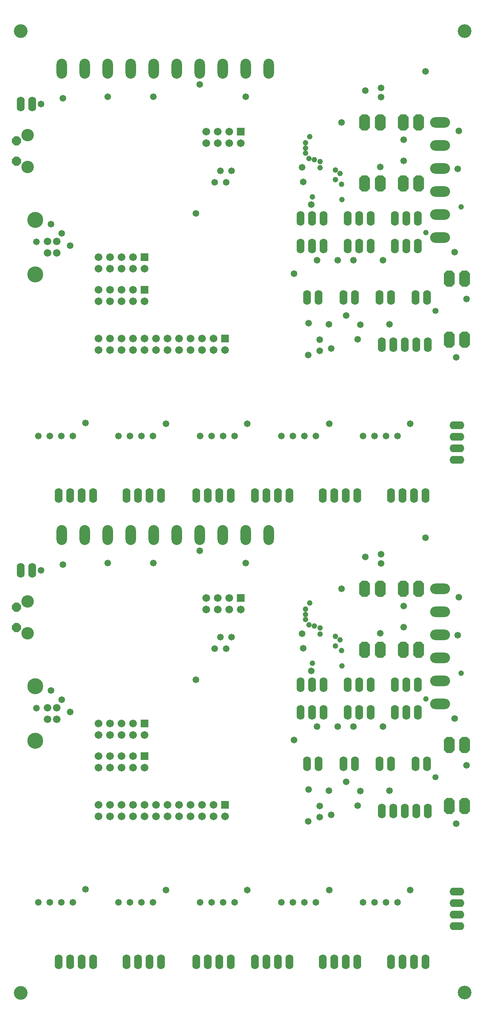
<source format=gbs>
G04 Layer_Color=16711935*
%FSLAX24Y24*%
%MOIN*%
G70*
G01*
G75*
%ADD92C,0.0580*%
G04:AMPARAMS|DCode=197|XSize=118.7mil|YSize=118.7mil|CornerRadius=59.4mil|HoleSize=0mil|Usage=FLASHONLY|Rotation=90.000|XOffset=0mil|YOffset=0mil|HoleType=Round|Shape=RoundedRectangle|*
%AMROUNDEDRECTD197*
21,1,0.1187,0.0000,0,0,90.0*
21,1,0.0000,0.1187,0,0,90.0*
1,1,0.1187,0.0000,0.0000*
1,1,0.1187,0.0000,0.0000*
1,1,0.1187,0.0000,0.0000*
1,1,0.1187,0.0000,0.0000*
%
%ADD197ROUNDEDRECTD197*%
%ADD249R,0.0671X0.0671*%
%ADD250C,0.0671*%
%ADD251O,0.1280X0.0680*%
%ADD252P,0.0844X8X292.5*%
%ADD253C,0.1080*%
%ADD254O,0.0680X0.1280*%
%ADD255C,0.0660*%
%ADD256C,0.1385*%
G04:AMPARAMS|DCode=257|XSize=141mil|YSize=91mil|CornerRadius=0mil|HoleSize=0mil|Usage=FLASHONLY|Rotation=270.000|XOffset=0mil|YOffset=0mil|HoleType=Round|Shape=Octagon|*
%AMOCTAGOND257*
4,1,8,-0.0228,-0.0705,0.0228,-0.0705,0.0455,-0.0478,0.0455,0.0478,0.0228,0.0705,-0.0228,0.0705,-0.0455,0.0478,-0.0455,-0.0478,-0.0228,-0.0705,0.0*
%
%ADD257OCTAGOND257*%

%ADD258O,0.0905X0.1730*%
%ADD259O,0.1730X0.0905*%
%ADD260C,0.0530*%
%ADD261C,0.0480*%
D92*
X41801Y32381D02*
D03*
X33771Y39171D02*
D03*
X42571Y21061D02*
D03*
X5179Y26035D02*
D03*
X8102Y25701D02*
D03*
X19371Y39711D02*
D03*
X41665Y15996D02*
D03*
X41531Y25131D02*
D03*
X31701Y36411D02*
D03*
X5551Y38011D02*
D03*
X28260Y32512D02*
D03*
X39011Y40841D02*
D03*
X28811Y16216D02*
D03*
X33112Y17571D02*
D03*
X23501Y10231D02*
D03*
X30611Y18871D02*
D03*
X28831Y18951D02*
D03*
X29811Y17531D02*
D03*
X30811Y16751D02*
D03*
X32111Y19621D02*
D03*
X29561Y24441D02*
D03*
X32731D02*
D03*
X29071Y29281D02*
D03*
X27581Y23261D02*
D03*
X31361Y24441D02*
D03*
X35301D02*
D03*
X7461Y38511D02*
D03*
X11361Y38621D02*
D03*
X15331D02*
D03*
X23351D02*
D03*
X9431Y10291D02*
D03*
X16421Y10241D02*
D03*
X30631D02*
D03*
X37681D02*
D03*
X33321Y18831D02*
D03*
X35851Y18861D02*
D03*
X41891Y35671D02*
D03*
X20396Y9181D02*
D03*
X19396D02*
D03*
X22396D02*
D03*
X21396D02*
D03*
X5337D02*
D03*
X12305D02*
D03*
X26482D02*
D03*
X33571D02*
D03*
X6337D02*
D03*
X13305D02*
D03*
X27482D02*
D03*
X34571D02*
D03*
X8337D02*
D03*
X15305D02*
D03*
X29482D02*
D03*
X36571D02*
D03*
X7337D02*
D03*
X14305D02*
D03*
X28482D02*
D03*
X35571D02*
D03*
X28351Y31237D02*
D03*
X6421Y27551D02*
D03*
X7381Y26761D02*
D03*
X19021Y28491D02*
D03*
X22141Y32191D02*
D03*
X21651Y31191D02*
D03*
X21151Y32191D02*
D03*
X20651Y31191D02*
D03*
X29811Y16561D02*
D03*
X37101Y33051D02*
D03*
X35081Y32521D02*
D03*
X37101Y34901D02*
D03*
X41801Y72881D02*
D03*
X33771Y79671D02*
D03*
X42571Y61561D02*
D03*
X5179Y66535D02*
D03*
X8102Y66201D02*
D03*
X19371Y80211D02*
D03*
X41665Y56496D02*
D03*
X41531Y65631D02*
D03*
X31701Y76911D02*
D03*
X5551Y78511D02*
D03*
X28260Y73012D02*
D03*
X39011Y81341D02*
D03*
X28811Y56716D02*
D03*
X33112Y58071D02*
D03*
X23501Y50731D02*
D03*
X30611Y59371D02*
D03*
X28831Y59451D02*
D03*
X29811Y58031D02*
D03*
X30811Y57251D02*
D03*
X32111Y60121D02*
D03*
X29561Y64941D02*
D03*
X32731D02*
D03*
X29071Y69781D02*
D03*
X27581Y63761D02*
D03*
X31361Y64941D02*
D03*
X35301D02*
D03*
X7461Y79011D02*
D03*
X11361Y79121D02*
D03*
X15331D02*
D03*
X23351D02*
D03*
X9431Y50791D02*
D03*
X16421Y50741D02*
D03*
X30631D02*
D03*
X37681D02*
D03*
X33321Y59331D02*
D03*
X35851Y59361D02*
D03*
X41891Y76171D02*
D03*
X20396Y49681D02*
D03*
X19396D02*
D03*
X22396D02*
D03*
X21396D02*
D03*
X5337D02*
D03*
X12305D02*
D03*
X26482D02*
D03*
X33571D02*
D03*
X6337D02*
D03*
X13305D02*
D03*
X27482D02*
D03*
X34571D02*
D03*
X8337D02*
D03*
X15305D02*
D03*
X29482D02*
D03*
X36571D02*
D03*
X7337D02*
D03*
X14305D02*
D03*
X28482D02*
D03*
X35571D02*
D03*
X28351Y71737D02*
D03*
X6421Y68051D02*
D03*
X7381Y67261D02*
D03*
X19021Y68991D02*
D03*
X22141Y72691D02*
D03*
X21651Y71691D02*
D03*
X21151Y72691D02*
D03*
X20651Y71691D02*
D03*
X29811Y57061D02*
D03*
X37101Y73551D02*
D03*
X35081Y73021D02*
D03*
X37101Y75401D02*
D03*
X35120Y38614D02*
D03*
X35140Y39411D02*
D03*
X35120Y79114D02*
D03*
X35140Y79911D02*
D03*
D197*
X3811Y1311D02*
D03*
X42400Y1341D02*
D03*
Y84819D02*
D03*
X3811D02*
D03*
D249*
X14571Y24711D02*
D03*
Y21861D02*
D03*
X21571Y17621D02*
D03*
X22941Y35591D02*
D03*
X14571Y65211D02*
D03*
Y62361D02*
D03*
X21571Y58121D02*
D03*
X22941Y76091D02*
D03*
D250*
X14571Y23711D02*
D03*
X13571Y24711D02*
D03*
Y23711D02*
D03*
X12571Y24711D02*
D03*
Y23711D02*
D03*
X11571Y24711D02*
D03*
Y23711D02*
D03*
X10571Y24711D02*
D03*
Y23711D02*
D03*
X14571Y20861D02*
D03*
X13571Y21861D02*
D03*
Y20861D02*
D03*
X12571Y21861D02*
D03*
Y20861D02*
D03*
X11571Y21861D02*
D03*
Y20861D02*
D03*
X10571Y21861D02*
D03*
Y20861D02*
D03*
Y16621D02*
D03*
Y17621D02*
D03*
X11571Y16621D02*
D03*
Y17621D02*
D03*
X12571Y16621D02*
D03*
Y17621D02*
D03*
X13571Y16621D02*
D03*
Y17621D02*
D03*
X14571Y16621D02*
D03*
Y17621D02*
D03*
X15571Y16621D02*
D03*
Y17621D02*
D03*
X16571Y16621D02*
D03*
Y17621D02*
D03*
X17571Y16621D02*
D03*
Y17621D02*
D03*
X18571Y16621D02*
D03*
Y17621D02*
D03*
X19571Y16621D02*
D03*
Y17621D02*
D03*
X20571Y16621D02*
D03*
Y17621D02*
D03*
X21571Y16621D02*
D03*
X22941Y34591D02*
D03*
X21941Y35591D02*
D03*
Y34591D02*
D03*
X20941Y35591D02*
D03*
Y34591D02*
D03*
X19941Y35591D02*
D03*
Y34591D02*
D03*
X14571Y64211D02*
D03*
X13571Y65211D02*
D03*
Y64211D02*
D03*
X12571Y65211D02*
D03*
Y64211D02*
D03*
X11571Y65211D02*
D03*
Y64211D02*
D03*
X10571Y65211D02*
D03*
Y64211D02*
D03*
X14571Y61361D02*
D03*
X13571Y62361D02*
D03*
Y61361D02*
D03*
X12571Y62361D02*
D03*
Y61361D02*
D03*
X11571Y62361D02*
D03*
Y61361D02*
D03*
X10571Y62361D02*
D03*
Y61361D02*
D03*
Y57121D02*
D03*
Y58121D02*
D03*
X11571Y57121D02*
D03*
Y58121D02*
D03*
X12571Y57121D02*
D03*
Y58121D02*
D03*
X13571Y57121D02*
D03*
Y58121D02*
D03*
X14571Y57121D02*
D03*
Y58121D02*
D03*
X15571Y57121D02*
D03*
Y58121D02*
D03*
X16571Y57121D02*
D03*
Y58121D02*
D03*
X17571Y57121D02*
D03*
Y58121D02*
D03*
X18571Y57121D02*
D03*
Y58121D02*
D03*
X19571Y57121D02*
D03*
Y58121D02*
D03*
X20571Y57121D02*
D03*
Y58121D02*
D03*
X21571Y57121D02*
D03*
X22941Y75091D02*
D03*
X21941Y76091D02*
D03*
Y75091D02*
D03*
X20941Y76091D02*
D03*
Y75091D02*
D03*
X19941Y76091D02*
D03*
Y75091D02*
D03*
D251*
X41741Y7111D02*
D03*
Y8111D02*
D03*
Y9111D02*
D03*
Y10111D02*
D03*
Y47611D02*
D03*
Y48611D02*
D03*
Y49611D02*
D03*
Y50611D02*
D03*
D252*
X3421Y34801D02*
D03*
Y33021D02*
D03*
Y75301D02*
D03*
Y73521D02*
D03*
D253*
X4401Y35291D02*
D03*
Y32531D02*
D03*
Y75791D02*
D03*
Y73031D02*
D03*
D254*
X36011Y4011D02*
D03*
X37011D02*
D03*
X38011D02*
D03*
X39011D02*
D03*
X30061D02*
D03*
X31061D02*
D03*
X32061D02*
D03*
X33061D02*
D03*
X13011D02*
D03*
X14011D02*
D03*
X15011D02*
D03*
X16011D02*
D03*
X7111D02*
D03*
X8111D02*
D03*
X9111D02*
D03*
X10111D02*
D03*
X39141Y21191D02*
D03*
X38141D02*
D03*
X36011D02*
D03*
X35011D02*
D03*
X32861D02*
D03*
X31861D02*
D03*
X29691D02*
D03*
X28691D02*
D03*
X22061Y4011D02*
D03*
X21061D02*
D03*
X20061D02*
D03*
X19061D02*
D03*
X27161D02*
D03*
X26161D02*
D03*
X25161D02*
D03*
X24161D02*
D03*
X28131Y25651D02*
D03*
X29131D02*
D03*
X30131D02*
D03*
X34236D02*
D03*
X33236D02*
D03*
X32236D02*
D03*
X36341D02*
D03*
X37341D02*
D03*
X38341D02*
D03*
X28131Y28051D02*
D03*
X29131D02*
D03*
X30131D02*
D03*
X38341D02*
D03*
X37341D02*
D03*
X36341D02*
D03*
X32236D02*
D03*
X33236D02*
D03*
X34236D02*
D03*
X4801Y38011D02*
D03*
X3801D02*
D03*
X39211Y17111D02*
D03*
X35211D02*
D03*
X36211D02*
D03*
X37211D02*
D03*
X38211D02*
D03*
X36011Y44511D02*
D03*
X37011D02*
D03*
X38011D02*
D03*
X39011D02*
D03*
X30061D02*
D03*
X31061D02*
D03*
X32061D02*
D03*
X33061D02*
D03*
X13011D02*
D03*
X14011D02*
D03*
X15011D02*
D03*
X16011D02*
D03*
X7111D02*
D03*
X8111D02*
D03*
X9111D02*
D03*
X10111D02*
D03*
X39141Y61691D02*
D03*
X38141D02*
D03*
X36011D02*
D03*
X35011D02*
D03*
X32861D02*
D03*
X31861D02*
D03*
X29691D02*
D03*
X28691D02*
D03*
X22061Y44511D02*
D03*
X21061D02*
D03*
X20061D02*
D03*
X19061D02*
D03*
X27161D02*
D03*
X26161D02*
D03*
X25161D02*
D03*
X24161D02*
D03*
X28131Y66151D02*
D03*
X29131D02*
D03*
X30131D02*
D03*
X34236D02*
D03*
X33236D02*
D03*
X32236D02*
D03*
X36341D02*
D03*
X37341D02*
D03*
X38341D02*
D03*
X28131Y68551D02*
D03*
X29131D02*
D03*
X30131D02*
D03*
X38341D02*
D03*
X37341D02*
D03*
X36341D02*
D03*
X32236D02*
D03*
X33236D02*
D03*
X34236D02*
D03*
X4801Y78511D02*
D03*
X3801D02*
D03*
X39211Y57611D02*
D03*
X35211D02*
D03*
X36211D02*
D03*
X37211D02*
D03*
X38211D02*
D03*
D255*
X6921Y25061D02*
D03*
Y26053D02*
D03*
X6131D02*
D03*
Y25061D02*
D03*
X6921Y65561D02*
D03*
Y66553D02*
D03*
X6131D02*
D03*
Y65561D02*
D03*
D256*
X5061Y27923D02*
D03*
Y23191D02*
D03*
Y68423D02*
D03*
Y63691D02*
D03*
D257*
X42404Y17549D02*
D03*
X41064D02*
D03*
Y22849D02*
D03*
X42404D02*
D03*
X33711Y31101D02*
D03*
X35051D02*
D03*
Y36401D02*
D03*
X33711D02*
D03*
X37071Y31101D02*
D03*
X38411D02*
D03*
Y36401D02*
D03*
X37071D02*
D03*
X42404Y58049D02*
D03*
X41064D02*
D03*
Y63349D02*
D03*
X42404D02*
D03*
X33711Y71601D02*
D03*
X35051D02*
D03*
Y76901D02*
D03*
X33711D02*
D03*
X37071Y71601D02*
D03*
X38411D02*
D03*
Y76901D02*
D03*
X37071D02*
D03*
D258*
X25361Y41081D02*
D03*
X23361D02*
D03*
X21361D02*
D03*
X19361D02*
D03*
X17361D02*
D03*
X15361D02*
D03*
X13361D02*
D03*
X11361D02*
D03*
X9361D02*
D03*
X7361D02*
D03*
X25361Y81581D02*
D03*
X23361D02*
D03*
X21361D02*
D03*
X19361D02*
D03*
X17361D02*
D03*
X15361D02*
D03*
X13361D02*
D03*
X11361D02*
D03*
X9361D02*
D03*
X7361D02*
D03*
D259*
X40267Y34386D02*
D03*
Y36386D02*
D03*
Y32386D02*
D03*
Y30386D02*
D03*
Y28386D02*
D03*
Y26386D02*
D03*
Y74886D02*
D03*
Y76886D02*
D03*
Y72886D02*
D03*
Y70886D02*
D03*
Y68886D02*
D03*
Y66886D02*
D03*
D260*
X39881Y20041D02*
D03*
Y60541D02*
D03*
D261*
X29161Y29931D02*
D03*
X31581Y31961D02*
D03*
X29331Y33181D02*
D03*
X29831Y33001D02*
D03*
X29821Y32451D02*
D03*
X31151Y32271D02*
D03*
X31691Y31031D02*
D03*
X28941Y35181D02*
D03*
X28851Y33251D02*
D03*
X28561Y33731D02*
D03*
Y34151D02*
D03*
Y34631D02*
D03*
X31161Y31421D02*
D03*
X42111Y29061D02*
D03*
X39041Y26831D02*
D03*
X31721Y29711D02*
D03*
X29161Y70431D02*
D03*
X31581Y72461D02*
D03*
X29331Y73681D02*
D03*
X29831Y73501D02*
D03*
X29821Y72951D02*
D03*
X31151Y72771D02*
D03*
X31691Y71531D02*
D03*
X28941Y75681D02*
D03*
X28851Y73751D02*
D03*
X28561Y74231D02*
D03*
Y74651D02*
D03*
Y75131D02*
D03*
X31161Y71921D02*
D03*
X42111Y69561D02*
D03*
X39041Y67331D02*
D03*
X31721Y70211D02*
D03*
M02*

</source>
